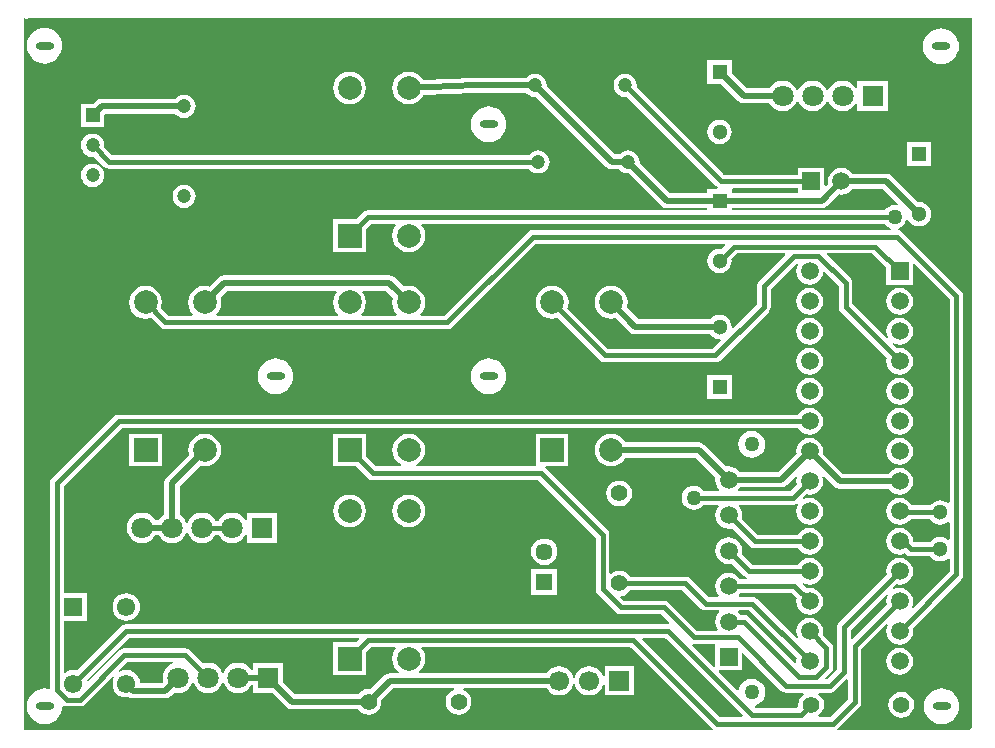
<source format=gbr>
%FSTAX23Y23*%
%MOIN*%
%SFA1B1*%

%IPPOS*%
%ADD10C,0.015000*%
%ADD11C,0.020000*%
%ADD13C,0.070866*%
%ADD14R,0.070866X0.070866*%
%ADD15R,0.078740X0.078740*%
%ADD16C,0.078740*%
%ADD17C,0.047244*%
%ADD18R,0.057087X0.057087*%
%ADD19C,0.057087*%
%ADD20C,0.059843*%
%ADD21C,0.050000*%
%ADD22R,0.059843X0.059843*%
%ADD23C,0.051181*%
%ADD24R,0.051181X0.051181*%
%ADD25O,0.061024X0.023622*%
%ADD26R,0.059055X0.059055*%
%ADD27C,0.059055*%
%ADD28C,0.051181*%
%ADD29C,0.055118*%
%ADD30R,0.047244X0.047244*%
%ADD31C,0.061024*%
%ADD32R,0.061024X0.061024*%
%ADD33R,0.066929X0.066929*%
%ADD34C,0.066929*%
%ADD35C,0.050000*%
%LNpcb_en1093_copper_signal_bot-1*%
%LPD*%
G36*
X02575Y0179D02*
X02355D01*
Y01805*
X02359Y01807*
X02575*
Y0179*
G37*
G36*
X02908Y01755D02*
X02906Y0175D01*
X02899Y01751*
X02888Y01749*
X02878Y01745*
X0287Y01739*
X02866Y01733*
X02355*
Y01739*
X02655*
X02664Y01741*
X02673Y01746*
X02712Y01786*
X0272Y01785*
X02731Y01786*
X02742Y01791*
X02751Y01798*
X02756Y01804*
X02859*
X02908Y01755*
G37*
G36*
X0Y02375D02*
X0D01*
X00002Y0237*
X00002Y0237*
X0Y02365*
X0001Y02375*
X03155*
Y0001*
X03145Y0*
X02709*
X02707Y00005*
X02709Y00006*
X02781Y00077*
X02786Y00085*
X02787Y00094*
Y0027*
X02871Y00353*
X02875Y0035*
X02871Y00341*
X0287Y0033*
X02871Y00318*
X02876Y00307*
X02883Y00298*
X02892Y00291*
X02903Y00286*
X02915Y00285*
X02926Y00286*
X02937Y00291*
X02946Y00298*
X02953Y00307*
X02958Y00318*
X02959Y0033*
X02958Y00341*
X0312Y00502*
X03125Y0051*
X03126Y00519*
Y01448*
X03125Y01456*
X0312Y01464*
X02923Y01661*
X02915Y01666*
X0291Y01667*
X02909Y01669*
X0291Y01672*
X02919Y01676*
X02927Y01682*
X02933Y0169*
X02937Y017*
X02938Y01701*
X02943Y01702*
X02944Y01699*
X02951Y01691*
X02959Y01684*
X02969Y0168*
X0298Y01679*
X0299Y0168*
X03Y01684*
X03008Y01691*
X03015Y01699*
X03019Y01709*
X0302Y0172*
X03019Y0173*
X03015Y0174*
X03008Y01748*
X03Y01755*
X0299Y01759*
X0298Y0176*
X02975Y0176*
X02888Y01848*
X02879Y01853*
X0287Y01855*
X02756*
X02751Y01861*
X02742Y01868*
X02731Y01873*
X0272Y01874*
X02708Y01873*
X02697Y01868*
X02688Y01861*
X02681Y01852*
X02676Y01841*
X02675Y0183*
X02676Y01822*
X02669Y01815*
X02664Y01817*
Y01874*
X02575*
Y01852*
X02329*
X02038Y02144*
X02038Y0215*
X02037Y0216*
X02033Y02169*
X02027Y02177*
X02019Y02183*
X0201Y02187*
X02Y02188*
X01989Y02187*
X0198Y02183*
X01972Y02177*
X01966Y02169*
X01962Y0216*
X01961Y0215*
X01962Y02139*
X01966Y0213*
X01972Y02122*
X0198Y02116*
X01989Y02112*
X02Y02111*
X02005Y02111*
X02303Y01813*
X02308Y0181*
X02307Y01805*
X02274*
Y0179*
X0215*
X02048Y01892*
X02048Y01895*
X02047Y01905*
X02043Y01914*
X02037Y01922*
X02029Y01928*
X0202Y01932*
X0201Y01933*
X01999Y01932*
X0199Y01928*
X01982Y01922*
X0198Y0192*
X01965*
X01738Y02147*
X01738Y0215*
X01737Y0216*
X01733Y02169*
X01727Y02177*
X01719Y02183*
X0171Y02187*
X017Y02188*
X01689Y02187*
X0168Y02183*
X01672Y02177*
X0167Y02175*
X01498*
X01498Y02175*
X01497Y02175*
X01325Y02168*
X01317Y02179*
X01305Y02188*
X01292Y02194*
X01278Y02195*
X01264Y02194*
X01251Y02188*
X01239Y02179*
X0123Y02168*
X01225Y02155*
X01223Y02141*
X01225Y02126*
X0123Y02113*
X01239Y02102*
X01251Y02093*
X01264Y02088*
X01278Y02086*
X01292Y02088*
X01305Y02093*
X01317Y02102*
X01325Y02113*
X01327Y02117*
X01499Y02124*
X0167*
X01672Y02122*
X0168Y02116*
X01689Y02112*
X017Y02111*
X01702Y02111*
X01936Y01876*
X01945Y01871*
X01955Y01869*
X0198*
X01982Y01867*
X0199Y01861*
X01999Y01857*
X0201Y01856*
X02012Y01856*
X02121Y01746*
X0213Y01741*
X0214Y01739*
X02274*
Y01733*
X01143*
X01134Y01732*
X01127Y01727*
X01103Y01703*
X01027*
Y01594*
X01135*
Y0167*
X01153Y01688*
X01233*
X01236Y01683*
X0123Y01676*
X01225Y01663*
X01223Y01648*
X01225Y01634*
X0123Y01621*
X01239Y0161*
X01251Y01601*
X01264Y01595*
X01278Y01594*
X01292Y01595*
X01305Y01601*
X01317Y0161*
X01325Y01621*
X01331Y01634*
X01333Y01648*
X01331Y01663*
X01325Y01676*
X0132Y01683*
X01323Y01688*
X02866*
X0287Y01682*
X02878Y01676*
X02886Y01672*
X02885Y01667*
X01692*
X01683Y01666*
X01675Y01661*
X01397Y01382*
X01318*
X01317Y01387*
X01325Y01398*
X01331Y01411*
X01333Y01426*
X01331Y0144*
X01325Y01453*
X01317Y01464*
X01305Y01473*
X01292Y01479*
X01278Y0148*
X01264Y01479*
X01262Y01478*
X01231Y01509*
X01223Y01514*
X01213Y01516*
X00663*
X00653Y01514*
X00645Y01509*
X00614Y01478*
X00612Y01479*
X00598Y0148*
X00584Y01479*
X00571Y01473*
X00559Y01464*
X0055Y01453*
X00545Y0144*
X00543Y01426*
X00545Y01411*
X0055Y01398*
X00559Y01387*
X00557Y01382*
X00477*
X00452Y01407*
X00454Y01411*
X00456Y01426*
X00454Y0144*
X00449Y01453*
X0044Y01464*
X00428Y01473*
X00415Y01479*
X00401Y0148*
X00387Y01479*
X00374Y01473*
X00362Y01464*
X00354Y01453*
X00348Y0144*
X00346Y01426*
X00348Y01411*
X00354Y01398*
X00362Y01387*
X00374Y01378*
X00387Y01373*
X00401Y01371*
X00415Y01373*
X0042Y01374*
X00451Y01343*
X00458Y01338*
X00467Y01337*
X01407*
X01415Y01338*
X01423Y01343*
X01701Y01622*
X02333*
X02334Y01617*
X02322Y01604*
X02315Y01605*
X02304Y01604*
X02294Y016*
X02286Y01593*
X02279Y01585*
X02275Y01575*
X02274Y01565*
X02275Y01554*
X02279Y01544*
X02286Y01536*
X02294Y01529*
X02304Y01525*
X02315Y01524*
X02325Y01525*
X02335Y01529*
X02343Y01536*
X0235Y01544*
X02354Y01554*
X02355Y01565*
X02354Y01572*
X02371Y01589*
X02531*
X02532Y01584*
X02446Y01498*
X02441Y0149*
X0244Y01482*
Y01421*
X0236Y01341*
X02355Y01343*
X02355Y01345*
X02354Y01355*
X0235Y01365*
X02343Y01373*
X02335Y0138*
X02325Y01384*
X02315Y01385*
X02304Y01384*
X02294Y0138*
X02286Y01373*
X02283Y0137*
X02045*
X02005Y01409*
X02006Y01411*
X02008Y01426*
X02006Y0144*
X02Y01453*
X01992Y01464*
X0198Y01473*
X01967Y01479*
X01953Y0148*
X01939Y01479*
X01926Y01473*
X01914Y01464*
X01905Y01453*
X019Y0144*
X01898Y01426*
X019Y01411*
X01905Y01398*
X01914Y01387*
X01926Y01378*
X01939Y01373*
X01953Y01371*
X01967Y01373*
X01969Y01373*
X02016Y01326*
X02024Y01321*
X02034Y01319*
X02283*
X02286Y01316*
X02294Y01309*
X02304Y01305*
X02315Y01304*
X02316Y01304*
X02318Y01299*
X0229Y01271*
X01943*
X01807Y01407*
X01809Y01411*
X01811Y01426*
X01809Y0144*
X01804Y01453*
X01795Y01464*
X01783Y01473*
X0177Y01479*
X01756Y0148*
X01742Y01479*
X01729Y01473*
X01717Y01464*
X01709Y01453*
X01703Y0144*
X01701Y01426*
X01703Y01411*
X01709Y01398*
X01717Y01387*
X01729Y01378*
X01742Y01373*
X01756Y01371*
X0177Y01373*
X01775Y01374*
X01917Y01232*
X01924Y01227*
X01933Y01226*
X023*
X02308Y01227*
X02316Y01232*
X02479Y01395*
X02484Y01403*
X02485Y01412*
Y01472*
X02571Y01557*
X02573Y01557*
X02575Y01553*
X02575Y01551*
X02571Y01541*
X0257Y0153*
X02571Y01518*
X02576Y01507*
X02583Y01498*
X02592Y01491*
X02603Y01486*
X02615Y01485*
X02626Y01486*
X02637Y01491*
X02646Y01498*
X02653Y01507*
X02658Y01518*
X02659Y01526*
X02664Y01527*
X02712Y0148*
Y0141*
X02713Y01401*
X02718Y01393*
X02871Y01241*
X0287Y0123*
X02871Y01218*
X02876Y01207*
X02883Y01198*
X02892Y01191*
X02903Y01186*
X02915Y01185*
X02926Y01186*
X02937Y01191*
X02946Y01198*
X02953Y01207*
X02958Y01218*
X02959Y0123*
X02958Y01241*
X02953Y01252*
X02946Y01261*
X02937Y01268*
X02926Y01273*
X02915Y01274*
X02903Y01273*
X02891Y01286*
X02894Y0129*
X02903Y01286*
X02915Y01285*
X02926Y01286*
X02937Y01291*
X02946Y01298*
X02953Y01307*
X02958Y01318*
X02959Y0133*
X02958Y01341*
X02953Y01352*
X02946Y01361*
X02937Y01368*
X02926Y01373*
X02915Y01374*
X02903Y01373*
X02892Y01368*
X02883Y01361*
X02876Y01352*
X02871Y01341*
X0287Y0133*
X02871Y01318*
X02875Y01309*
X02871Y01306*
X02757Y01419*
Y0149*
X02756Y01498*
X02751Y01506*
X02672Y01584*
X02674Y01589*
X02823*
X0287Y01542*
Y01485*
X02959*
Y01553*
X02964Y01555*
X03081Y01438*
Y00759*
X03076Y00757*
X0307Y00761*
X0306Y00765*
X0305Y00766*
X03039Y00765*
X03029Y00761*
X03021Y00754*
X03017Y0075*
X02954*
X02953Y00752*
X02946Y00761*
X02937Y00768*
X02926Y00773*
X02915Y00774*
X02903Y00773*
X02892Y00768*
X02883Y00761*
X02876Y00752*
X02871Y00741*
X0287Y0073*
X02871Y00718*
X02876Y00707*
X02883Y00698*
X02892Y00691*
X02903Y00686*
X02915Y00685*
X02926Y00686*
X02937Y00691*
X02946Y00698*
X02951Y00705*
X03014*
X03021Y00697*
X03029Y0069*
X03039Y00686*
X0305Y00685*
X0306Y00686*
X0307Y0069*
X03076Y00694*
X03081Y00692*
Y00637*
X03076Y00635*
X0307Y00639*
X0306Y00643*
X0305Y00644*
X03039Y00643*
X03029Y00639*
X03021Y00632*
X03016Y00626*
X02963*
X02959Y0063*
X02958Y00641*
X02953Y00652*
X02946Y00661*
X02937Y00668*
X02926Y00673*
X02915Y00674*
X02903Y00673*
X02892Y00668*
X02883Y00661*
X02876Y00652*
X02871Y00641*
X0287Y0063*
X02871Y00618*
X02876Y00607*
X02883Y00598*
X02892Y00591*
X02903Y00586*
X02915Y00585*
X02926Y00586*
X02934Y00589*
X02936Y00587*
X02944Y00582*
X02952Y00581*
X03016*
X03021Y00575*
X03029Y00568*
X03039Y00564*
X0305Y00563*
X0306Y00564*
X0307Y00568*
X03076Y00572*
X03081Y0057*
Y00528*
X02958Y00406*
X02954Y00409*
X02958Y00418*
X02959Y0043*
X02958Y00441*
X02953Y00452*
X02946Y00461*
X02937Y00468*
X02926Y00473*
X02915Y00474*
X02903Y00473*
X02894Y00469*
X02891Y00473*
X02903Y00486*
X02915Y00485*
X02926Y00486*
X02937Y00491*
X02946Y00498*
X02953Y00507*
X02958Y00518*
X02959Y0053*
X02958Y00541*
X02953Y00552*
X02946Y00561*
X02937Y00568*
X02926Y00573*
X02915Y00574*
X02903Y00573*
X02892Y00568*
X02883Y00561*
X02876Y00552*
X02871Y00541*
X0287Y0053*
X02871Y00518*
X02713Y00361*
X02708Y00353*
X02707Y00345*
Y00204*
X02673Y0017*
X02668*
X02666Y00175*
X02686Y00195*
X02691Y00202*
X02692Y00211*
Y00275*
X02691Y00283*
X02686Y00291*
X02658Y00318*
X02659Y0033*
X02658Y00341*
X02653Y00352*
X02646Y00361*
X02637Y00368*
X02626Y00373*
X02615Y00374*
X02603Y00373*
X02592Y00368*
X02583Y00361*
X02576Y00352*
X02571Y00341*
X0257Y0033*
X02571Y00318*
X02575Y00309*
X02571Y00306*
X02439Y00438*
X02431Y00443*
X02423Y00444*
X02379*
X02378Y00449*
X02384Y00457*
X02554*
X02571Y00441*
X0257Y0043*
X02571Y00418*
X02576Y00407*
X02583Y00398*
X02592Y00391*
X02603Y00386*
X02615Y00385*
X02626Y00386*
X02637Y00391*
X02646Y00398*
X02653Y00407*
X02658Y00418*
X02659Y0043*
X02658Y00441*
X02653Y00452*
X02646Y00461*
X02637Y00468*
X02626Y00473*
X02615Y00474*
X02603Y00473*
X02591Y00486*
X02594Y0049*
X02603Y00486*
X02615Y00485*
X02626Y00486*
X02637Y00491*
X02646Y00498*
X02653Y00507*
X02658Y00518*
X02659Y0053*
X02658Y00541*
X02653Y00552*
X02646Y00561*
X02637Y00568*
X02626Y00573*
X02615Y00574*
X02603Y00573*
X02592Y00568*
X02583Y00561*
X02576Y00552*
X02423*
X02388Y00587*
X0239Y00598*
X02388Y0061*
X02384Y00621*
X02377Y0063*
X02367Y00638*
X02356Y00642*
X02345Y00644*
X02333Y00642*
X02322Y00638*
X02312Y0063*
X02305Y00621*
X02301Y0061*
X02299Y00598*
X02301Y00587*
X02305Y00576*
X02312Y00566*
X02322Y00559*
X02333Y00555*
X02345Y00553*
X02356Y00554*
X02397Y00513*
X02405Y00508*
X02405Y00508*
X02405Y00503*
X02384*
X02377Y00512*
X02367Y00519*
X02356Y00524*
X02345Y00525*
X02333Y00524*
X02322Y00519*
X02312Y00512*
X02305Y00503*
X02301Y00492*
X02299Y0048*
X02301Y00468*
X02305Y00458*
X02311Y00449*
X0231Y00444*
X02277*
X02216Y00506*
X02208Y00511*
X022Y00512*
X02016*
X0201Y0052*
X02001Y00527*
X01991Y00531*
X0198Y00532*
X01968Y00531*
X01958Y00527*
X01952Y00522*
X01947Y00525*
Y00652*
X01946Y0066*
X01941Y00668*
X01736Y00873*
X01734Y00874*
X01735Y00879*
X0181*
Y00988*
X01702*
Y00879*
X01303*
X01302Y00884*
X01305Y00886*
X01317Y00895*
X01325Y00906*
X01331Y00919*
X01333Y00933*
X01331Y00948*
X01325Y00961*
X01317Y00972*
X01305Y00981*
X01292Y00986*
X01278Y00988*
X01264Y00986*
X01251Y00981*
X01239Y00972*
X0123Y00961*
X01225Y00948*
X01223Y00933*
X01225Y00919*
X0123Y00906*
X01239Y00895*
X01251Y00886*
X01254Y00884*
X01253Y00879*
X01168*
X01135Y00912*
Y00988*
X01027*
Y00879*
X01103*
X01142Y0084*
X01149Y00835*
X01158Y00834*
X0171*
X01902Y00642*
Y0047*
X01903Y00461*
X01908Y00453*
X01968Y00393*
X01976Y00388*
X01985Y00387*
X02118*
X02147Y00357*
X02145Y00353*
X02143Y00353*
X00335*
X00327Y00352*
X00319Y00347*
X00171Y00199*
X00171Y00199*
X0016Y002*
X00148Y00199*
X00137Y00194*
X00133Y00191*
X00128Y00194*
Y00365*
X00205*
Y00456*
X00128*
Y00814*
X00321Y01007*
X02576*
X02583Y00998*
X02592Y00991*
X02603Y00986*
X02615Y00985*
X02626Y00986*
X02637Y00991*
X02646Y00998*
X02653Y01007*
X02658Y01018*
X02659Y0103*
X02658Y01041*
X02653Y01052*
X02646Y01061*
X02637Y01068*
X02626Y01073*
X02615Y01074*
X02603Y01073*
X02592Y01068*
X02583Y01061*
X02576Y01052*
X00312*
X00303Y01051*
X00295Y01046*
X00089Y0084*
X00084Y00832*
X00083Y00824*
Y0014*
X00079Y00137*
X00076Y00138*
X00065Y00139*
X00053Y00138*
X00042Y00135*
X00031Y00129*
X00022Y00122*
X00015Y00113*
X00009Y00102*
X00006Y00091*
X00005Y0008*
X00006Y00068*
X00009Y00057*
X00015Y00046*
X00022Y00037*
X00031Y0003*
X00042Y00024*
X00053Y00021*
X00065Y0002*
X00076Y00021*
X00087Y00024*
X00098Y0003*
X00107Y00037*
X00114Y00046*
X0012Y00057*
X00123Y00068*
X00124Y00077*
X00129Y0008*
X00129Y0008*
X00138Y00079*
X00181*
X0019Y0008*
X00198Y00085*
X00293Y00181*
X00297Y00177*
X00292Y00166*
X00291Y00155*
X00292Y00143*
X00297Y00132*
X00304Y00122*
X00314Y00115*
X00325Y0011*
X00337Y00109*
X00347Y0011*
X00349Y00108*
X00359Y00107*
X00467*
X00477Y00108*
X00485Y00114*
X00496Y00125*
X0051Y00124*
X00523Y00125*
X00535Y0013*
X00545Y00139*
X00554Y00149*
X00557Y00157*
X00562*
X00565Y00149*
X00574Y00139*
X00584Y0013*
X00596Y00125*
X0061Y00124*
X00623Y00125*
X00635Y0013*
X00645Y00139*
X00654Y00149*
X00657Y00157*
X00662*
X00665Y00149*
X00674Y00139*
X00684Y0013*
X00696Y00125*
X0071Y00124*
X00723Y00125*
X00735Y0013*
X00745Y00139*
X00754Y00149*
X00759*
Y00124*
X00824*
X00871Y00076*
X0088Y00071*
X0089Y00069*
X0111*
X01114Y00064*
X01123Y00057*
X01133Y00053*
X01145Y00052*
X01156Y00053*
X01166Y00057*
X01175Y00064*
X01182Y00073*
X01186Y00083*
X01187Y00095*
X01187Y00101*
X01225Y00139*
X01428*
X01429Y00134*
X01423Y00132*
X01414Y00125*
X01407Y00116*
X01403Y00106*
X01402Y00095*
X01403Y00083*
X01407Y00073*
X01414Y00064*
X01423Y00057*
X01433Y00053*
X01445Y00052*
X01456Y00053*
X01466Y00057*
X01475Y00064*
X01482Y00073*
X01486Y00083*
X01487Y00095*
X01486Y00106*
X01482Y00116*
X01475Y00125*
X01466Y00132*
X0146Y00134*
X01461Y00139*
X01738*
X01745Y0013*
X01755Y00122*
X01767Y00117*
X0178Y00116*
X01792Y00117*
X01804Y00122*
X01814Y0013*
X01822Y0014*
X01827Y00152*
X01827Y00154*
X01832*
X01832Y00152*
X01837Y0014*
X01845Y0013*
X01855Y00122*
X01867Y00117*
X0188Y00116*
X01892Y00117*
X01904Y00122*
X01914Y0013*
X01922Y0014*
X01926Y0015*
X01931Y00149*
Y00116*
X02028*
Y00213*
X01931*
Y0018*
X01926Y00179*
X01922Y00189*
X01914Y00199*
X01904Y00207*
X01892Y00212*
X0188Y00213*
X01867Y00212*
X01855Y00207*
X01845Y00199*
X01837Y00189*
X01832Y00177*
X01832Y00175*
X01827*
X01827Y00177*
X01822Y00189*
X01814Y00199*
X01804Y00207*
X01792Y00212*
X0178Y00213*
X01767Y00212*
X01755Y00207*
X01745Y00199*
X01738Y0019*
X01312*
X01311Y00195*
X01317Y002*
X01325Y00211*
X01331Y00224*
X01333Y00238*
X01331Y00253*
X01325Y00266*
X0132Y00272*
X01323Y00277*
X02017*
X02289Y00006*
X02291Y00005*
X02289Y0*
X-00005*
Y02373*
X0Y02375*
X0Y02375*
G37*
G36*
X01226Y01442D02*
X01225Y0144D01*
X01223Y01426*
X01225Y01411*
X0123Y01398*
X01239Y01387*
X01237Y01382*
X01122*
X0112Y01387*
X01129Y01398*
X01134Y01411*
X01136Y01426*
X01134Y0144*
X01129Y01453*
X01123Y0146*
X01126Y01465*
X01202*
X01226Y01442*
G37*
G36*
X01039Y0146D02*
X01034Y01453D01*
X01028Y0144*
X01026Y01426*
X01028Y01411*
X01034Y01398*
X01042Y01387*
X01041Y01382*
X00638*
X00637Y01387*
X00645Y01398*
X00651Y01411*
X00653Y01426*
X00651Y0144*
X0065Y01442*
X00673Y01465*
X01037*
X01039Y0146*
G37*
G36*
X02251Y00405D02*
X02259Y004D01*
X02268Y00399*
X02311*
X02311Y00399*
X02312Y00394*
X02305Y00385*
X02301Y00374*
X02299Y00362*
X02301Y0035*
X02305Y00339*
X02308Y00336*
X02306Y00331*
X02238*
X02144Y00426*
X02136Y00431*
X02128Y00432*
X01994*
X01984Y00443*
X01985Y00447*
X01991Y00448*
X02001Y00452*
X0201Y00459*
X02016Y00467*
X0219*
X02251Y00405*
G37*
G36*
X02875Y0045D02*
X02871Y00441D01*
X0287Y0043*
X02871Y00418*
X02757Y00305*
X02752Y00306*
Y00335*
X02871Y00453*
X02875Y0045*
G37*
G36*
X02571Y00241D02*
X0257Y0023D01*
X0257Y00226*
X02566Y00224*
X02411Y00378*
X02404Y00383*
X02395Y00385*
X02384*
X02377Y00394*
X02378Y00399*
X02378Y00399*
X02413*
X02571Y00241*
G37*
G36*
X02229Y00286D02*
X023D01*
Y00212*
X02295Y0021*
X02224Y00281*
X02227Y00286*
X02229Y00286*
G37*
G36*
X00494Y00223D02*
X00484Y00219D01*
X00474Y0021*
X00465Y002*
X0046Y00188*
X00459Y00175*
X0046Y00161*
X00456Y00157*
X00382*
X00381Y00166*
X00376Y00177*
X00369Y00187*
X0036Y00194*
X00349Y00199*
X00337Y002*
X00325Y00199*
X00314Y00194*
X00311Y00198*
X0034Y00228*
X00493*
X00494Y00223*
G37*
G36*
X01113Y00303D02*
X01103Y00293D01*
X01027*
Y00184*
X01135*
Y0026*
X01152Y00277*
X01233*
X01235Y00272*
X0123Y00266*
X01225Y00253*
X01223Y00238*
X01225Y00224*
X0123Y00211*
X01239Y002*
X01245Y00195*
X01244Y0019*
X01215*
X01205Y00188*
X01196Y00183*
X01151Y00137*
X01145Y00137*
X01133Y00136*
X01123Y00132*
X01114Y00125*
X0111Y0012*
X009*
X0086Y0016*
Y00225*
X00759*
Y002*
X00754*
X00745Y0021*
X00735Y00219*
X00723Y00224*
X0071Y00225*
X00696Y00224*
X00684Y00219*
X00674Y0021*
X00665Y002*
X00662Y00192*
X00657*
X00654Y002*
X00645Y0021*
X00635Y00219*
X00623Y00224*
X0061Y00225*
X00596Y00224*
X00594Y00223*
X0055Y00267*
X00542Y00272*
X00534Y00273*
X0033*
X00322Y00272*
X00314Y00267*
X00211Y00164*
X00206Y00165*
X00205Y00168*
X00345Y00307*
X01111*
X01113Y00303*
G37*
G36*
X0252Y00131D02*
X02528Y00126D01*
X02537Y00125*
X02594*
X02595Y0012*
X02589Y00115*
X02582Y00106*
X02578Y00096*
X02577Y00085*
X02577Y0008*
X02573Y00075*
X02433*
X02432Y00077*
X02433Y00082*
X02434Y00082*
X02444Y00087*
X02454Y00094*
X02461Y00103*
X02466Y00114*
X02467Y00126*
X02466Y00138*
X02461Y00149*
X02454Y00158*
X02444Y00165*
X02433Y0017*
X02422Y00171*
X0241Y0017*
X02399Y00165*
X0239Y00158*
X02382Y00149*
X02378Y00138*
X02377Y00134*
X02373Y00133*
X02311Y00194*
X02313Y00199*
X02389*
Y00256*
X02394Y00258*
X0252Y00131*
G37*
G36*
X02742Y00168D02*
Y00103D01*
X02683Y00045*
X02646*
X02644Y0005*
X0265Y00054*
X02657Y00063*
X02661Y00073*
X02662Y00085*
X02661Y00096*
X02657Y00106*
X0265Y00115*
X02644Y0012*
X02645Y00125*
X02682*
X02691Y00126*
X02699Y00131*
X02737Y00169*
X02742Y00168*
G37*
G36*
X02391Y0005D02*
X02389Y00045D01*
X02315*
X02057Y00303*
X02059Y00307*
X02133*
X02391Y0005*
G37*
%LNpcb_en1093_copper_signal_bot-2*%
%LPC*%
G36*
X00065Y02341D02*
X00053Y0234D01*
X00042Y02337*
X00031Y02331*
X00022Y02324*
X00015Y02315*
X00009Y02305*
X00006Y02293*
X00005Y02282*
X00006Y0227*
X00009Y02259*
X00015Y02249*
X00022Y0224*
X00031Y02232*
X00042Y02227*
X00053Y02223*
X00065Y02222*
X00076Y02223*
X00087Y02227*
X00098Y02232*
X00107Y0224*
X00114Y02249*
X0012Y02259*
X00123Y0227*
X00124Y02282*
X00123Y02293*
X0012Y02305*
X00114Y02315*
X00107Y02324*
X00098Y02331*
X00087Y02337*
X00076Y0234*
X00065Y02341*
G37*
G36*
X03052Y02339D02*
X03041Y02338D01*
X03029Y02335*
X03019Y02329*
X0301Y02322*
X03003Y02313*
X02997Y02302*
X02994Y02291*
X02993Y0228*
X02994Y02268*
X02997Y02257*
X03003Y02246*
X0301Y02237*
X03019Y0223*
X03029Y02224*
X03041Y02221*
X03052Y0222*
X03064Y02221*
X03075Y02224*
X03085Y0223*
X03094Y02237*
X03102Y02246*
X03107Y02257*
X03111Y02268*
X03112Y0228*
X03111Y02291*
X03107Y02302*
X03102Y02313*
X03094Y02322*
X03085Y02329*
X03075Y02335*
X03064Y02338*
X03052Y02339*
G37*
G36*
X01081Y02195D02*
X01067Y02194D01*
X01054Y02188*
X01042Y02179*
X01034Y02168*
X01028Y02155*
X01026Y02141*
X01028Y02126*
X01034Y02113*
X01042Y02102*
X01054Y02093*
X01067Y02088*
X01081Y02086*
X01095Y02088*
X01108Y02093*
X0112Y02102*
X01129Y02113*
X01134Y02126*
X01136Y02141*
X01134Y02155*
X01129Y02168*
X0112Y02179*
X01108Y02188*
X01095Y02194*
X01081Y02195*
G37*
G36*
X02355Y02235D02*
X02274D01*
Y02154*
X02319*
X02376Y02096*
X02385Y02091*
X02395Y02089*
X0248*
X02489Y02079*
X02499Y0207*
X02511Y02065*
X02525Y02064*
X02538Y02065*
X0255Y0207*
X0256Y02079*
X02569Y02089*
X02572Y02097*
X02577*
X0258Y02089*
X02589Y02079*
X02599Y0207*
X02611Y02065*
X02625Y02064*
X02638Y02065*
X0265Y0207*
X0266Y02079*
X02669Y02089*
X02672Y02097*
X02677*
X0268Y02089*
X02689Y02079*
X02699Y0207*
X02711Y02065*
X02725Y02064*
X02738Y02065*
X0275Y0207*
X0276Y02079*
X02769Y02089*
X02769Y0209*
X02774Y02089*
Y02064*
X02875*
Y02165*
X02774*
Y0214*
X02769Y02139*
X02769Y0214*
X0276Y0215*
X0275Y02159*
X02738Y02164*
X02725Y02165*
X02711Y02164*
X02699Y02159*
X02689Y0215*
X0268Y0214*
X02677Y02132*
X02672*
X02669Y0214*
X0266Y0215*
X0265Y02159*
X02638Y02164*
X02625Y02165*
X02611Y02164*
X02599Y02159*
X02589Y0215*
X0258Y0214*
X02577Y02132*
X02572*
X02569Y0214*
X0256Y0215*
X0255Y02159*
X02538Y02164*
X02525Y02165*
X02511Y02164*
X02499Y02159*
X02489Y0215*
X0248Y0214*
X02405*
X02355Y0219*
Y02235*
G37*
G36*
X0053Y02118D02*
X00519Y02117D01*
X0051Y02113*
X00502Y02107*
X005Y02105*
X00255*
X00245Y02103*
X00236Y02098*
X00227Y02088*
X00186*
Y02011*
X00263*
Y02052*
X00265Y02054*
X005*
X00502Y02052*
X0051Y02046*
X00519Y02042*
X0053Y02041*
X0054Y02042*
X00549Y02046*
X00557Y02052*
X00563Y0206*
X00567Y02069*
X00568Y0208*
X00567Y0209*
X00563Y02099*
X00557Y02107*
X00549Y02113*
X0054Y02117*
X0053Y02118*
G37*
G36*
X01545Y02079D02*
X01533Y02078D01*
X01522Y02075*
X01511Y02069*
X01502Y02062*
X01495Y02053*
X01489Y02042*
X01486Y02031*
X01485Y0202*
X01486Y02008*
X01489Y01997*
X01495Y01986*
X01502Y01977*
X01511Y0197*
X01522Y01964*
X01533Y01961*
X01545Y0196*
X01556Y01961*
X01567Y01964*
X01578Y0197*
X01587Y01977*
X01594Y01986*
X016Y01997*
X01603Y02008*
X01604Y0202*
X01603Y02031*
X016Y02042*
X01594Y02053*
X01587Y02062*
X01578Y02069*
X01567Y02075*
X01556Y02078*
X01545Y02079*
G37*
G36*
X02315Y02035D02*
X02304Y02034D01*
X02294Y0203*
X02286Y02023*
X02279Y02015*
X02275Y02005*
X02274Y01995*
X02275Y01984*
X02279Y01974*
X02286Y01966*
X02294Y01959*
X02304Y01955*
X02315Y01954*
X02325Y01955*
X02335Y01959*
X02343Y01966*
X0235Y01974*
X02354Y01984*
X02355Y01995*
X02354Y02005*
X0235Y02015*
X02343Y02023*
X02335Y0203*
X02325Y02034*
X02315Y02035*
G37*
G36*
X0302Y0196D02*
X02939D01*
Y01879*
X0302*
Y0196*
G37*
G36*
X00225Y01988D02*
X00214Y01987D01*
X00205Y01983*
X00197Y01977*
X00191Y01969*
X00187Y0196*
X00186Y0195*
X00187Y01939*
X00191Y0193*
X00197Y01922*
X00205Y01916*
X00214Y01912*
X00225Y01911*
X0023Y01911*
X00263Y01878*
X00271Y01873*
X0028Y01872*
X01678*
X01682Y01867*
X0169Y01861*
X01699Y01857*
X0171Y01856*
X0172Y01857*
X01729Y01861*
X01737Y01867*
X01743Y01875*
X01747Y01884*
X01748Y01895*
X01747Y01905*
X01743Y01914*
X01737Y01922*
X01729Y01928*
X0172Y01932*
X0171Y01933*
X01699Y01932*
X0169Y01928*
X01682Y01922*
X01678Y01917*
X00289*
X00263Y01944*
X00263Y0195*
X00262Y0196*
X00258Y01969*
X00252Y01977*
X00244Y01983*
X00235Y01987*
X00225Y01988*
G37*
G36*
Y01888D02*
X00214Y01887D01*
X00205Y01883*
X00197Y01877*
X00191Y01869*
X00187Y0186*
X00186Y0185*
X00187Y01839*
X00191Y0183*
X00197Y01822*
X00205Y01816*
X00214Y01812*
X00225Y01811*
X00235Y01812*
X00244Y01816*
X00252Y01822*
X00258Y0183*
X00262Y01839*
X00263Y0185*
X00262Y0186*
X00258Y01869*
X00252Y01877*
X00244Y01883*
X00235Y01887*
X00225Y01888*
G37*
G36*
X0053Y01818D02*
X00519Y01817D01*
X0051Y01813*
X00502Y01807*
X00496Y01799*
X00492Y0179*
X00491Y0178*
X00492Y01769*
X00496Y0176*
X00502Y01752*
X0051Y01746*
X00519Y01742*
X0053Y01741*
X0054Y01742*
X00549Y01746*
X00557Y01752*
X00563Y0176*
X00567Y01769*
X00568Y0178*
X00567Y0179*
X00563Y01799*
X00557Y01807*
X00549Y01813*
X0054Y01817*
X0053Y01818*
G37*
G36*
X02915Y01474D02*
X02903Y01473D01*
X02892Y01468*
X02883Y01461*
X02876Y01452*
X02871Y01441*
X0287Y0143*
X02871Y01418*
X02876Y01407*
X02883Y01398*
X02892Y01391*
X02903Y01386*
X02915Y01385*
X02926Y01386*
X02937Y01391*
X02946Y01398*
X02953Y01407*
X02958Y01418*
X02959Y0143*
X02958Y01441*
X02953Y01452*
X02946Y01461*
X02937Y01468*
X02926Y01473*
X02915Y01474*
G37*
G36*
X02615D02*
X02603Y01473D01*
X02592Y01468*
X02583Y01461*
X02576Y01452*
X02571Y01441*
X0257Y0143*
X02571Y01418*
X02576Y01407*
X02583Y01398*
X02592Y01391*
X02603Y01386*
X02615Y01385*
X02626Y01386*
X02637Y01391*
X02646Y01398*
X02653Y01407*
X02658Y01418*
X02659Y0143*
X02658Y01441*
X02653Y01452*
X02646Y01461*
X02637Y01468*
X02626Y01473*
X02615Y01474*
G37*
G36*
Y01374D02*
X02603Y01373D01*
X02592Y01368*
X02583Y01361*
X02576Y01352*
X02571Y01341*
X0257Y0133*
X02571Y01318*
X02576Y01307*
X02583Y01298*
X02592Y01291*
X02603Y01286*
X02615Y01285*
X02626Y01286*
X02637Y01291*
X02646Y01298*
X02653Y01307*
X02658Y01318*
X02659Y0133*
X02658Y01341*
X02653Y01352*
X02646Y01361*
X02637Y01368*
X02626Y01373*
X02615Y01374*
G37*
G36*
Y01274D02*
X02603Y01273D01*
X02592Y01268*
X02583Y01261*
X02576Y01252*
X02571Y01241*
X0257Y0123*
X02571Y01218*
X02576Y01207*
X02583Y01198*
X02592Y01191*
X02603Y01186*
X02615Y01185*
X02626Y01186*
X02637Y01191*
X02646Y01198*
X02653Y01207*
X02658Y01218*
X02659Y0123*
X02658Y01241*
X02653Y01252*
X02646Y01261*
X02637Y01268*
X02626Y01273*
X02615Y01274*
G37*
G36*
X01545Y01239D02*
X01533Y01238D01*
X01522Y01235*
X01511Y01229*
X01502Y01222*
X01495Y01213*
X01489Y01202*
X01486Y01191*
X01485Y0118*
X01486Y01168*
X01489Y01157*
X01495Y01146*
X01502Y01137*
X01511Y0113*
X01522Y01124*
X01533Y01121*
X01545Y0112*
X01556Y01121*
X01567Y01124*
X01578Y0113*
X01587Y01137*
X01594Y01146*
X016Y01157*
X01603Y01168*
X01604Y0118*
X01603Y01191*
X016Y01202*
X01594Y01213*
X01587Y01222*
X01578Y01229*
X01567Y01235*
X01556Y01238*
X01545Y01239*
G37*
G36*
X00835D02*
X00823Y01238D01*
X00812Y01235*
X00801Y01229*
X00792Y01222*
X00785Y01213*
X00779Y01202*
X00776Y01191*
X00775Y0118*
X00776Y01168*
X00779Y01157*
X00785Y01146*
X00792Y01137*
X00801Y0113*
X00812Y01124*
X00823Y01121*
X00835Y0112*
X00846Y01121*
X00857Y01124*
X00868Y0113*
X00877Y01137*
X00884Y01146*
X0089Y01157*
X00893Y01168*
X00894Y0118*
X00893Y01191*
X0089Y01202*
X00884Y01213*
X00877Y01222*
X00868Y01229*
X00857Y01235*
X00846Y01238*
X00835Y01239*
G37*
G36*
X02355Y01185D02*
X02274D01*
Y01104*
X02355*
Y01185*
G37*
G36*
X02915Y01174D02*
X02903Y01173D01*
X02892Y01168*
X02883Y01161*
X02876Y01152*
X02871Y01141*
X0287Y0113*
X02871Y01118*
X02876Y01107*
X02883Y01098*
X02892Y01091*
X02903Y01086*
X02915Y01085*
X02926Y01086*
X02937Y01091*
X02946Y01098*
X02953Y01107*
X02958Y01118*
X02959Y0113*
X02958Y01141*
X02953Y01152*
X02946Y01161*
X02937Y01168*
X02926Y01173*
X02915Y01174*
G37*
G36*
X02615D02*
X02603Y01173D01*
X02592Y01168*
X02583Y01161*
X02576Y01152*
X02571Y01141*
X0257Y0113*
X02571Y01118*
X02576Y01107*
X02583Y01098*
X02592Y01091*
X02603Y01086*
X02615Y01085*
X02626Y01086*
X02637Y01091*
X02646Y01098*
X02653Y01107*
X02658Y01118*
X02659Y0113*
X02658Y01141*
X02653Y01152*
X02646Y01161*
X02637Y01168*
X02626Y01173*
X02615Y01174*
G37*
G36*
X02915Y01074D02*
X02903Y01073D01*
X02892Y01068*
X02883Y01061*
X02876Y01052*
X02871Y01041*
X0287Y0103*
X02871Y01018*
X02876Y01007*
X02883Y00998*
X02892Y00991*
X02903Y00986*
X02915Y00985*
X02926Y00986*
X02937Y00991*
X02946Y00998*
X02953Y01007*
X02958Y01018*
X02959Y0103*
X02958Y01041*
X02953Y01052*
X02946Y01061*
X02937Y01068*
X02926Y01073*
X02915Y01074*
G37*
G36*
X02422Y00998D02*
X0241Y00996D01*
X02399Y00992*
X0239Y00985*
X02382Y00975*
X02378Y00964*
X02376Y00953*
X02378Y00941*
X02382Y0093*
X0239Y00921*
X02399Y00913*
X0241Y00909*
X02422Y00907*
X02433Y00909*
X02444Y00913*
X02454Y00921*
X02461Y0093*
X02466Y00941*
X02467Y00953*
X02466Y00964*
X02461Y00975*
X02454Y00985*
X02444Y00992*
X02433Y00996*
X02422Y00998*
G37*
G36*
X02915Y00974D02*
X02903Y00973D01*
X02892Y00968*
X02883Y00961*
X02876Y00952*
X02871Y00941*
X0287Y0093*
X02871Y00918*
X02876Y00907*
X02883Y00898*
X02892Y00891*
X02903Y00886*
X02915Y00885*
X02926Y00886*
X02937Y00891*
X02946Y00898*
X02953Y00907*
X02958Y00918*
X02959Y0093*
X02958Y00941*
X02953Y00952*
X02946Y00961*
X02937Y00968*
X02926Y00973*
X02915Y00974*
G37*
G36*
X00455Y00988D02*
X00347D01*
Y00879*
X00455*
Y00988*
G37*
G36*
X00598Y00988D02*
X00584Y00986D01*
X00571Y00981*
X00559Y00972*
X0055Y00961*
X00545Y00948*
X00543Y00933*
X00545Y00919*
X00546Y00917*
X00471Y00843*
X00466Y00835*
X00464Y00825*
Y00719*
X00454Y0071*
X00445Y007*
X00434*
X00425Y0071*
X00415Y00719*
X00403Y00724*
X0039Y00725*
X00376Y00724*
X00364Y00719*
X00354Y0071*
X00345Y007*
X0034Y00688*
X00339Y00675*
X0034Y00661*
X00345Y00649*
X00354Y00639*
X00364Y0063*
X00376Y00625*
X0039Y00624*
X00403Y00625*
X00415Y0063*
X00425Y00639*
X00434Y00649*
X00445*
X00454Y00639*
X00464Y0063*
X00476Y00625*
X0049Y00624*
X00503Y00625*
X00515Y0063*
X00525Y00639*
X00534Y00649*
X00537Y00657*
X00542*
X00545Y00649*
X00554Y00639*
X00564Y0063*
X00576Y00625*
X0059Y00624*
X00603Y00625*
X00615Y0063*
X00625Y00639*
X00634Y00649*
X00635Y00652*
X00644*
X00645Y00649*
X00654Y00639*
X00664Y0063*
X00676Y00625*
X0069Y00624*
X00703Y00625*
X00715Y0063*
X00725Y00639*
X00734Y00649*
X00734Y0065*
X00739Y00649*
Y00624*
X0084*
Y00725*
X00739*
Y007*
X00734Y00699*
X00734Y007*
X00725Y0071*
X00715Y00719*
X00703Y00724*
X0069Y00725*
X00676Y00724*
X00664Y00719*
X00654Y0071*
X00645Y007*
X00644Y00697*
X00635*
X00634Y007*
X00625Y0071*
X00615Y00719*
X00603Y00724*
X0059Y00725*
X00576Y00724*
X00564Y00719*
X00554Y0071*
X00545Y007*
X00542Y00692*
X00537*
X00534Y007*
X00525Y0071*
X00515Y00719*
Y00814*
X00582Y00881*
X00584Y0088*
X00598Y00879*
X00612Y0088*
X00625Y00886*
X00637Y00895*
X00645Y00906*
X00651Y00919*
X00653Y00933*
X00651Y00948*
X00645Y00961*
X00637Y00972*
X00625Y00981*
X00612Y00986*
X00598Y00988*
G37*
G36*
X01953Y00988D02*
X01939Y00986D01*
X01926Y00981*
X01914Y00972*
X01905Y00961*
X019Y00948*
X01898Y00933*
X019Y00919*
X01905Y00906*
X01914Y00895*
X01926Y00886*
X01939Y0088*
X01953Y00879*
X01967Y0088*
X0198Y00886*
X01992Y00895*
X02Y00906*
X02001Y00908*
X02235*
X023Y00843*
X02299Y00835*
X02301Y00823*
X02305Y00812*
X02312Y00802*
X02313Y00802*
X02311Y00797*
X02261*
X02257Y00803*
X02249Y00809*
X02239Y00813*
X02229Y00815*
X02218Y00813*
X02208Y00809*
X022Y00803*
X02194Y00795*
X0219Y00785*
X02188Y00775*
X0219Y00764*
X02194Y00754*
X022Y00746*
X02208Y0074*
X02218Y00736*
X02229Y00734*
X02239Y00736*
X02249Y0074*
X02257Y00746*
X02261Y00752*
X02309*
X02311Y00747*
X02305Y00739*
X02301Y00728*
X02299Y00716*
X02301Y00705*
X02305Y00694*
X02312Y00684*
X02322Y00677*
X02333Y00673*
X02345Y00671*
X02356Y00673*
X02415Y00613*
X02423Y00608*
X02431Y00607*
X02576*
X02583Y00598*
X02592Y00591*
X02603Y00586*
X02615Y00585*
X02626Y00586*
X02637Y00591*
X02646Y00598*
X02653Y00607*
X02658Y00618*
X02659Y0063*
X02658Y00641*
X02653Y00652*
X02646Y00661*
X02637Y00668*
X02626Y00673*
X02615Y00674*
X02603Y00673*
X02592Y00668*
X02583Y00661*
X02576Y00652*
X02441*
X02388Y00705*
X0239Y00716*
X02388Y00728*
X02384Y00739*
X02378Y00747*
X0238Y00752*
X0256*
X02568Y00753*
X02573Y00756*
X02576Y00752*
X02576Y00752*
X02571Y00741*
X0257Y0073*
X02571Y00718*
X02576Y00707*
X02583Y00698*
X02592Y00691*
X02603Y00686*
X02615Y00685*
X02626Y00686*
X02637Y00691*
X02646Y00698*
X02653Y00707*
X02658Y00718*
X02659Y0073*
X02658Y00741*
X02653Y00752*
X02646Y00761*
X02637Y00768*
X02626Y00773*
X02615Y00774*
X02603Y00773*
X02594Y00769*
X02591Y00773*
X02603Y00786*
X02615Y00785*
X02626Y00786*
X02637Y00791*
X02646Y00798*
X02653Y00807*
X02658Y00818*
X02659Y0083*
X02658Y00841*
X02657Y00844*
X02661Y00847*
X02696Y00811*
X02705Y00806*
X02715Y00804*
X02878*
X02883Y00798*
X02892Y00791*
X02903Y00786*
X02915Y00785*
X02926Y00786*
X02937Y00791*
X02946Y00798*
X02953Y00807*
X02958Y00818*
X02959Y0083*
X02958Y00841*
X02953Y00852*
X02946Y00861*
X02937Y00868*
X02926Y00873*
X02915Y00874*
X02903Y00873*
X02892Y00868*
X02883Y00861*
X02878Y00855*
X02725*
X02658Y00922*
X02659Y0093*
X02658Y00941*
X02653Y00952*
X02646Y00961*
X02637Y00968*
X02626Y00973*
X02615Y00974*
X02603Y00973*
X02592Y00968*
X02583Y00961*
X02576Y00952*
X02571Y00941*
X0257Y0093*
X02571Y00922*
X02509Y0086*
X02382*
X02377Y00867*
X02367Y00874*
X02356Y00878*
X02345Y0088*
X02336Y00879*
X02264Y00951*
X02255Y00957*
X02246Y00959*
X02001*
X02Y00961*
X01992Y00972*
X0198Y00981*
X01967Y00986*
X01953Y00988*
G37*
G36*
X0198Y00832D02*
X01968Y00831D01*
X01958Y00827*
X01949Y0082*
X01942Y00811*
X01938Y00801*
X01937Y0079*
X01938Y00778*
X01942Y00768*
X01949Y00759*
X01958Y00752*
X01968Y00748*
X0198Y00747*
X01991Y00748*
X02001Y00752*
X0201Y00759*
X02017Y00768*
X02021Y00778*
X02022Y0079*
X02021Y00801*
X02017Y00811*
X0201Y0082*
X02001Y00827*
X01991Y00831*
X0198Y00832*
G37*
G36*
X01278Y00785D02*
X01264Y00784D01*
X01251Y00778*
X01239Y00769*
X0123Y00758*
X01225Y00745*
X01223Y00731*
X01225Y00716*
X0123Y00703*
X01239Y00692*
X01251Y00683*
X01264Y00678*
X01278Y00676*
X01292Y00678*
X01305Y00683*
X01317Y00692*
X01325Y00703*
X01331Y00716*
X01333Y00731*
X01331Y00745*
X01325Y00758*
X01317Y00769*
X01305Y00778*
X01292Y00784*
X01278Y00785*
G37*
G36*
X01081D02*
X01067Y00784D01*
X01054Y00778*
X01042Y00769*
X01034Y00758*
X01028Y00745*
X01026Y00731*
X01028Y00716*
X01034Y00703*
X01042Y00692*
X01054Y00683*
X01067Y00678*
X01081Y00676*
X01095Y00678*
X01108Y00683*
X0112Y00692*
X01129Y00703*
X01134Y00716*
X01136Y00731*
X01134Y00745*
X01129Y00758*
X0112Y00769*
X01108Y00778*
X01095Y00784*
X01081Y00785*
G37*
G36*
X0173Y00638D02*
X01718Y00637D01*
X01708Y00633*
X01698Y00626*
X01691Y00616*
X01687Y00606*
X01686Y00595*
X01687Y00583*
X01691Y00573*
X01698Y00563*
X01708Y00556*
X01718Y00552*
X0173Y00551*
X01741Y00552*
X01751Y00556*
X01761Y00563*
X01768Y00573*
X01772Y00583*
X01773Y00595*
X01772Y00606*
X01768Y00616*
X01761Y00626*
X01751Y00633*
X01741Y00637*
X0173Y00638*
G37*
G36*
X01773Y00538D02*
X01686D01*
Y00451*
X01773*
Y00538*
G37*
G36*
X00337Y00456D02*
X00325Y00455D01*
X00314Y0045*
X00304Y00443*
X00297Y00433*
X00292Y00422*
X00291Y0041*
X00292Y00399*
X00297Y00387*
X00304Y00378*
X00314Y00371*
X00325Y00366*
X00337Y00365*
X00349Y00366*
X0036Y00371*
X00369Y00378*
X00376Y00387*
X00381Y00399*
X00383Y0041*
X00381Y00422*
X00376Y00433*
X00369Y00443*
X0036Y0045*
X00349Y00455*
X00337Y00456*
G37*
G36*
X02915Y00274D02*
X02903Y00273D01*
X02892Y00268*
X02883Y00261*
X02876Y00252*
X02871Y00241*
X0287Y0023*
X02871Y00218*
X02876Y00207*
X02883Y00198*
X02892Y00191*
X02903Y00186*
X02915Y00185*
X02926Y00186*
X02937Y00191*
X02946Y00198*
X02953Y00207*
X02958Y00218*
X02959Y0023*
X02958Y00241*
X02953Y00252*
X02946Y00261*
X02937Y00268*
X02926Y00273*
X02915Y00274*
G37*
G36*
X0292Y00127D02*
X02908Y00126D01*
X02898Y00122*
X02889Y00115*
X02882Y00106*
X02878Y00096*
X02877Y00085*
X02878Y00073*
X02882Y00063*
X02889Y00054*
X02898Y00047*
X02908Y00043*
X0292Y00042*
X02931Y00043*
X02941Y00047*
X0295Y00054*
X02957Y00063*
X02961Y00073*
X02962Y00085*
X02961Y00096*
X02957Y00106*
X0295Y00115*
X02941Y00122*
X02931Y00126*
X0292Y00127*
G37*
G36*
X03055Y00139D02*
X03043Y00138D01*
X03032Y00135*
X03021Y00129*
X03012Y00122*
X03005Y00113*
X02999Y00102*
X02996Y00091*
X02995Y0008*
X02996Y00068*
X02999Y00057*
X03005Y00046*
X03012Y00037*
X03021Y0003*
X03032Y00024*
X03043Y00021*
X03055Y0002*
X03066Y00021*
X03077Y00024*
X03088Y0003*
X03097Y00037*
X03104Y00046*
X0311Y00057*
X03113Y00068*
X03114Y0008*
X03113Y00091*
X0311Y00102*
X03104Y00113*
X03097Y00122*
X03088Y00129*
X03077Y00135*
X03066Y00138*
X03055Y00139*
G37*
%LNpcb_en1093_copper_signal_bot-3*%
%LPD*%
G36*
X02572Y00844D02*
X02571Y00841D01*
X0257Y0083*
X02571Y00818*
X0255Y00797*
X02378*
X02376Y00802*
X02377Y00802*
X02382Y00809*
X0252*
X02529Y00811*
X02538Y00816*
X02568Y00847*
X02572Y00844*
G37*
G54D10*
X02642Y01582D02*
X02735Y0149D01*
Y0141D02*
X02915Y0123D01*
X02735Y0141D02*
Y0149D01*
X0267Y00211D02*
Y00275D01*
X02636Y00177D02*
X0267Y00211D01*
X0258Y00177D02*
X02632D01*
X02636*
X02615Y0033D02*
X0267Y00275D01*
X02682Y00147D02*
X0273Y00195D01*
X02376Y00309D02*
X02537Y00147D01*
X02682*
X0273Y00195D02*
Y00345D01*
X02915Y0053*
X03044Y00728D02*
X03046Y0073D01*
X03038Y00721D02*
X03044Y00728D01*
X03046Y0073D02*
X03055D01*
X03044Y00728D02*
X03048D01*
X02916D02*
X03044D01*
X03048D02*
X0305Y00726D01*
X02915Y0073D02*
X02916Y00728D01*
X02952Y00603D02*
X0305D01*
X02926Y0063D02*
X02952Y00603D01*
X02915Y0063D02*
X02926D01*
X03104Y00519D02*
Y01448D01*
X02915Y0033D02*
X03104Y00519D01*
X02907Y01645D02*
X03104Y01448D01*
X02413Y0053D02*
X02615D01*
X02345Y00598D02*
X02413Y0053D01*
X02345Y0048D02*
X02564D01*
X02615Y0043*
X02832Y01612D02*
X02915Y0153D01*
X02362Y01612D02*
X02832D01*
X02315Y01565D02*
X02362Y01612D01*
X02765Y0028D02*
X02915Y0043D01*
X02765Y00094D02*
Y0028D01*
X02693Y00022D02*
X02765Y00094D01*
X02305Y00022D02*
X02693D01*
X02027Y003D02*
X02305Y00022D01*
X01143Y003D02*
X02027D01*
X01081Y00238D02*
X01143Y003D01*
X01081Y00933D02*
X01158Y00857D01*
X0172*
X01925Y00652*
Y0047D02*
Y00652D01*
Y0047D02*
X01985Y0041D01*
X02128*
X02229Y00309*
X02376*
X01756Y01426D02*
X01933Y01249D01*
X023*
X02463Y01412*
Y01482*
X02563Y01582*
X02642*
X02431Y0063D02*
X02615D01*
X02345Y00716D02*
X02431Y0063D01*
X02423Y00422D02*
X02615Y0023D01*
X02268Y00422D02*
X02423D01*
X022Y0049D02*
X02268Y00422D01*
X0198Y0049D02*
X022D01*
X0028Y01895D02*
X0171D01*
X00225Y0195D02*
X0028Y01895D01*
X02345Y00362D02*
X02395D01*
X0258Y00177*
X0256Y00775D02*
X02615Y0083D01*
X02229Y00775D02*
X0256D01*
X01143Y01711D02*
X02899D01*
X01081Y01648D02*
X01143Y01711D01*
X00534Y00251D02*
X0061Y00175D01*
X0033Y00251D02*
X00534D01*
X00181Y00101D02*
X0033Y00251D01*
X00138Y00101D02*
X00181D01*
X00106Y00134D02*
X00138Y00101D01*
X00106Y00134D02*
Y00824D01*
X00312Y0103*
X02615*
X00401Y01426D02*
X00467Y0136D01*
X01407*
X01692Y01645*
X02907*
X0232Y0183D02*
X0262D01*
X02Y0215D02*
X0232Y0183D01*
X0016Y00155D02*
X00335Y0033D01*
X02143*
X02421Y00052*
X02587*
X0262Y00085*
X0059Y00675D02*
X0069D01*
G54D11*
X01215Y00165D02*
X0178D01*
X01145Y00095D02*
X01215Y00165D01*
X00255Y0208D02*
X0053D01*
X00225Y0205D02*
X00255Y0208D01*
X0049Y00675D02*
Y00825D01*
X00598Y00933*
X01953Y00933D02*
X02246D01*
X02345Y00835*
X02715Y0083D02*
X02915D01*
X02615Y0093D02*
X02715Y0083D01*
X02345Y00835D02*
X0252D01*
X02615Y0093*
X0214Y01765D02*
X02315D01*
X0201Y01895D02*
X0214Y01765D01*
X02034Y01345D02*
X02315D01*
X01953Y01426D02*
X02034Y01345D01*
X02395Y02115D02*
X02525D01*
X02315Y02195D02*
X02395Y02115D01*
X01498Y0215D02*
X017D01*
X01278Y02141D02*
X01498Y0215D01*
X01213Y01491D02*
X01278Y01426D01*
X00663Y01491D02*
X01213D01*
X00598Y01426D02*
X00663Y01491D01*
X01955Y01895D02*
X0201D01*
X017Y0215D02*
X01955Y01895D01*
X0272Y0183D02*
X0287D01*
X0298Y0172*
X02315Y01765D02*
X02655D01*
X0272Y0183*
X0081Y00175D02*
X0089Y00095D01*
X01145*
X00337Y00155D02*
X00359Y00132D01*
X00467*
X0051Y00175*
X0071D02*
X0081D01*
X0039Y00675D02*
X0049D01*
G54D13*
X02525Y02115D03*
X02625D03*
X02725D03*
X0039Y00675D03*
X0069D03*
X0059D03*
X0049D03*
X0051Y00175D03*
X0061D03*
X0071D03*
G54D14*
X02825Y02115D03*
X0079Y00675D03*
X0081Y00175D03*
G54D15*
X01081Y00238D03*
X00401Y00933D03*
X01081D03*
Y01648D03*
X01756Y00933D03*
G54D16*
X01081Y00731D03*
X01278Y00238D03*
Y00731D03*
X00598Y01426D03*
Y00933D03*
X00401Y01426D03*
X01278D03*
Y00933D03*
X01081Y01426D03*
X01278Y02141D03*
Y01648D03*
X01081Y02141D03*
X01953Y01426D03*
Y00933D03*
X01756Y01426D03*
G54D17*
X0201Y01895D03*
X0171D03*
X0053Y0178D03*
Y0208D03*
X02Y0215D03*
X017D03*
X00225Y0185D03*
Y0195D03*
G54D18*
X0173Y00495D03*
G54D19*
X0173Y00595D03*
G54D20*
X02345Y00598D03*
Y00362D03*
Y0048D03*
Y00716D03*
Y00835D03*
G54D21*
X02422Y00126D03*
Y00953D03*
G54D22*
X02345Y00244D03*
G54D23*
X0298Y0172D03*
X02315Y01995D03*
Y01565D03*
Y01345D03*
G54D24*
X0298Y0192D03*
X02315Y02195D03*
Y01765D03*
Y01145D03*
G54D25*
X00065Y02282D03*
Y0008D03*
X00835Y0118D03*
X01545D03*
Y0202D03*
X03052Y0228D03*
X03055Y0008D03*
G54D26*
X02915Y0153D03*
X0262Y0183D03*
G54D27*
X02915Y0143D03*
Y0133D03*
Y0123D03*
Y0113D03*
Y0103D03*
Y0093D03*
Y0083D03*
Y0073D03*
Y0063D03*
Y0053D03*
Y0043D03*
Y0033D03*
Y0023D03*
X02615Y0153D03*
Y0143D03*
Y0133D03*
Y0123D03*
Y0113D03*
Y0103D03*
Y0093D03*
Y0083D03*
Y0073D03*
Y0063D03*
Y0053D03*
Y0043D03*
Y0033D03*
Y0023D03*
X0272Y0183D03*
G54D28*
X0305Y00603D03*
Y00726D03*
G54D29*
X0262Y00085D03*
X0292D03*
X01445Y00095D03*
X0198Y0079D03*
Y0049D03*
X01145Y00095D03*
G54D30*
X00225Y0205D03*
G54D31*
X00337Y00155D03*
X0016D03*
X00337Y0041D03*
G54D32*
X0016Y0041D03*
G54D33*
X0198Y00165D03*
G54D34*
X0188Y00165D03*
X0178D03*
G54D35*
X02229Y00775D03*
X02899Y01711D03*
M02*
</source>
